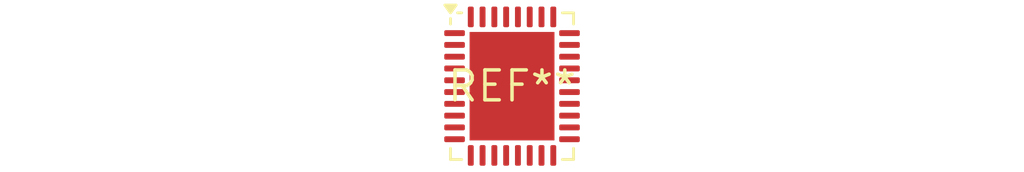
<source format=kicad_pcb>
(kicad_pcb (version 20240108) (generator pcbnew)
  (layers (0 "F.Cu" signal) (31 "B.Cu" signal) (34 "B.Paste" user) (35 "F.Paste" user) (36 "B.SilkS" user "B.Silkscreen") (37 "F.SilkS" user "F.Silkscreen") (38 "B.Mask" user) (39 "F.Mask" user) (44 "Edge.Cuts" user))
  (net 0 "")
  (footprint "QFN-36-1EP_5x6mm_P0.5mm_EP3.6x4.6mm" (layer "F.Cu") (at 0 0)
    (property "Reference" "REF**")
    (property "Value" "QFN-36-1EP_5x6mm_P0.5mm_EP3.6x4.6mm")
    (fp_line (start -2.61 -2.635) (end -2.61 -2.87) (layer "F.SilkS") (stroke (width 0.12)))
    (fp_line (start -2.61 3.11) (end -2.61 2.635) (layer "F.SilkS") (stroke (width 0.12)))
    (fp_line (start -2.135 -3.11) (end -2.31 -3.11) (layer "F.SilkS") (stroke (width 0.12)))
    (fp_line (start -2.135 3.11) (end -2.61 3.11) (layer "F.SilkS") (stroke (width 0.12)))
    (fp_line (start 2.135 -3.11) (end 2.61 -3.11) (layer "F.SilkS") (stroke (width 0.12)))
    (fp_line (start 2.135 3.11) (end 2.61 3.11) (layer "F.SilkS") (stroke (width 0.12)))
    (fp_line (start 2.61 -3.11) (end 2.61 -2.635) (layer "F.SilkS") (stroke (width 0.12)))
    (fp_line (start 2.61 3.11) (end 2.61 2.635) (layer "F.SilkS") (stroke (width 0.12)))
    (fp_poly (pts (xy -2.61 -3.11) (xy -2.85 -3.44) (xy -2.37 -3.44) (xy -2.61 -3.11)) (layer "F.SilkS") (stroke (width 0.12)) (fill solid))
    (pad "1" smd roundrect (at -2.4375 -2.25) (size 0.875 0.25) (layers "F.Cu" "F.Paste" "F.Mask"))
    (pad "2" smd roundrect (at -2.4375 -1.75) (size 0.875 0.25) (layers "F.Cu" "F.Paste" "F.Mask"))
    (pad "3" smd roundrect (at -2.4375 -1.25) (size 0.875 0.25) (layers "F.Cu" "F.Paste" "F.Mask"))
    (pad "4" smd roundrect (at -2.4375 -0.75) (size 0.875 0.25) (layers "F.Cu" "F.Paste" "F.Mask"))
    (pad "5" smd roundrect (at -2.4375 -0.25) (size 0.875 0.25) (layers "F.Cu" "F.Paste" "F.Mask"))
    (pad "6" smd roundrect (at -2.4375 0.25) (size 0.875 0.25) (layers "F.Cu" "F.Paste" "F.Mask"))
    (pad "7" smd roundrect (at -2.4375 0.75) (size 0.875 0.25) (layers "F.Cu" "F.Paste" "F.Mask"))
    (pad "8" smd roundrect (at -2.4375 1.25) (size 0.875 0.25) (layers "F.Cu" "F.Paste" "F.Mask"))
    (pad "9" smd roundrect (at -2.4375 1.75) (size 0.875 0.25) (layers "F.Cu" "F.Paste" "F.Mask"))
    (pad "10" smd roundrect (at -2.4375 2.25) (size 0.875 0.25) (layers "F.Cu" "F.Paste" "F.Mask"))
    (pad "11" smd roundrect (at -1.75 2.9375) (size 0.25 0.875) (layers "F.Cu" "F.Paste" "F.Mask"))
    (pad "12" smd roundrect (at -1.25 2.9375) (size 0.25 0.875) (layers "F.Cu" "F.Paste" "F.Mask"))
    (pad "13" smd roundrect (at -0.75 2.9375) (size 0.25 0.875) (layers "F.Cu" "F.Paste" "F.Mask"))
    (pad "14" smd roundrect (at -0.25 2.9375) (size 0.25 0.875) (layers "F.Cu" "F.Paste" "F.Mask"))
    (pad "15" smd roundrect (at 0.25 2.9375) (size 0.25 0.875) (layers "F.Cu" "F.Paste" "F.Mask"))
    (pad "16" smd roundrect (at 0.75 2.9375) (size 0.25 0.875) (layers "F.Cu" "F.Paste" "F.Mask"))
    (pad "17" smd roundrect (at 1.25 2.9375) (size 0.25 0.875) (layers "F.Cu" "F.Paste" "F.Mask"))
    (pad "18" smd roundrect (at 1.75 2.9375) (size 0.25 0.875) (layers "F.Cu" "F.Paste" "F.Mask"))
    (pad "19" smd roundrect (at 2.4375 2.25) (size 0.875 0.25) (layers "F.Cu" "F.Paste" "F.Mask"))
    (pad "20" smd roundrect (at 2.4375 1.75) (size 0.875 0.25) (layers "F.Cu" "F.Paste" "F.Mask"))
    (pad "21" smd roundrect (at 2.4375 1.25) (size 0.875 0.25) (layers "F.Cu" "F.Paste" "F.Mask"))
    (pad "22" smd roundrect (at 2.4375 0.75) (size 0.875 0.25) (layers "F.Cu" "F.Paste" "F.Mask"))
    (pad "23" smd roundrect (at 2.4375 0.25) (size 0.875 0.25) (layers "F.Cu" "F.Paste" "F.Mask"))
    (pad "24" smd roundrect (at 2.4375 -0.25) (size 0.875 0.25) (layers "F.Cu" "F.Paste" "F.Mask"))
    (pad "25" smd roundrect (at 2.4375 -0.75) (size 0.875 0.25) (layers "F.Cu" "F.Paste" "F.Mask"))
    (pad "26" smd roundrect (at 2.4375 -1.25) (size 0.875 0.25) (layers "F.Cu" "F.Paste" "F.Mask"))
    (pad "27" smd roundrect (at 2.4375 -1.75) (size 0.875 0.25) (layers "F.Cu" "F.Paste" "F.Mask"))
    (pad "28" smd roundrect (at 2.4375 -2.25) (size 0.875 0.25) (layers "F.Cu" "F.Paste" "F.Mask"))
    (pad "29" smd roundrect (at 1.75 -2.9375) (size 0.25 0.875) (layers "F.Cu" "F.Paste" "F.Mask"))
    (pad "30" smd roundrect (at 1.25 -2.9375) (size 0.25 0.875) (layers "F.Cu" "F.Paste" "F.Mask"))
    (pad "31" smd roundrect (at 0.75 -2.9375) (size 0.25 0.875) (layers "F.Cu" "F.Paste" "F.Mask"))
    (pad "32" smd roundrect (at 0.25 -2.9375) (size 0.25 0.875) (layers "F.Cu" "F.Paste" "F.Mask"))
    (pad "33" smd roundrect (at -0.25 -2.9375) (size 0.25 0.875) (layers "F.Cu" "F.Paste" "F.Mask"))
    (pad "34" smd roundrect (at -0.75 -2.9375) (size 0.25 0.875) (layers "F.Cu" "F.Paste" "F.Mask"))
    (pad "35" smd roundrect (at -1.25 -2.9375) (size 0.25 0.875) (layers "F.Cu" "F.Paste" "F.Mask"))
    (pad "36" smd roundrect (at -1.75 -2.9375) (size 0.25 0.875) (layers "F.Cu" "F.Paste" "F.Mask"))
    (pad "37" smd rect (at 0 0) (size 3.6 4.6) (property pad_prop_heatsink) (layers "F.Cu" "F.Mask"))
  )
)
</source>
